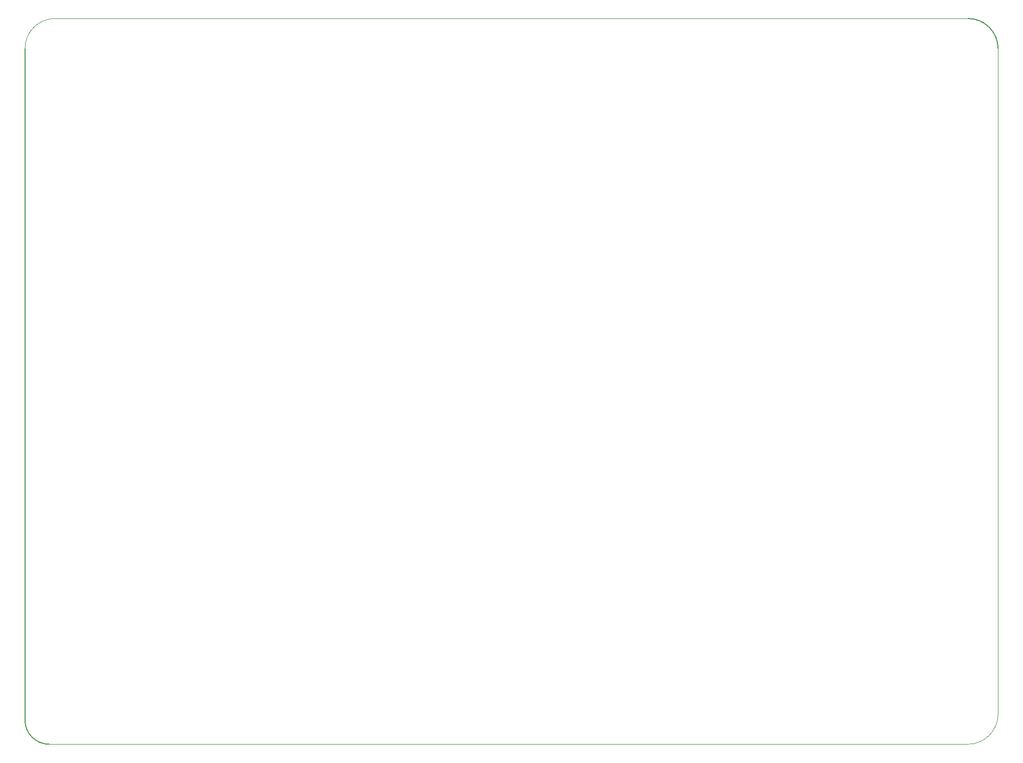
<source format=gbr>
%TF.GenerationSoftware,KiCad,Pcbnew,9.0.1*%
%TF.CreationDate,2025-11-23T11:55:31-07:00*%
%TF.ProjectId,Array,41727261-792e-46b6-9963-61645f706362,rev?*%
%TF.SameCoordinates,Original*%
%TF.FileFunction,Profile,NP*%
%FSLAX46Y46*%
G04 Gerber Fmt 4.6, Leading zero omitted, Abs format (unit mm)*
G04 Created by KiCad (PCBNEW 9.0.1) date 2025-11-23 11:55:31*
%MOMM*%
%LPD*%
G01*
G04 APERTURE LIST*
%TA.AperFunction,Profile*%
%ADD10C,0.050000*%
%TD*%
%TA.AperFunction,Profile*%
%ADD11C,0.200000*%
%TD*%
G04 APERTURE END LIST*
D10*
X199309442Y-156271601D02*
X47309442Y-156271601D01*
X48309442Y-36271601D02*
X199309442Y-36271601D01*
D11*
X47309442Y-156271601D02*
G75*
G02*
X43309442Y-152271601I0J4000000D01*
G01*
D10*
X204309442Y-151271601D02*
G75*
G02*
X199309442Y-156271601I-5000000J0D01*
G01*
D11*
X43309442Y-152271601D02*
X43309442Y-41271601D01*
X199309442Y-36271601D02*
G75*
G02*
X204309442Y-41271601I0J-5000000D01*
G01*
D10*
X204309442Y-41271601D02*
X204309442Y-151271601D01*
X43309442Y-41271601D02*
G75*
G02*
X48309442Y-36271601I5000000J0D01*
G01*
M02*

</source>
